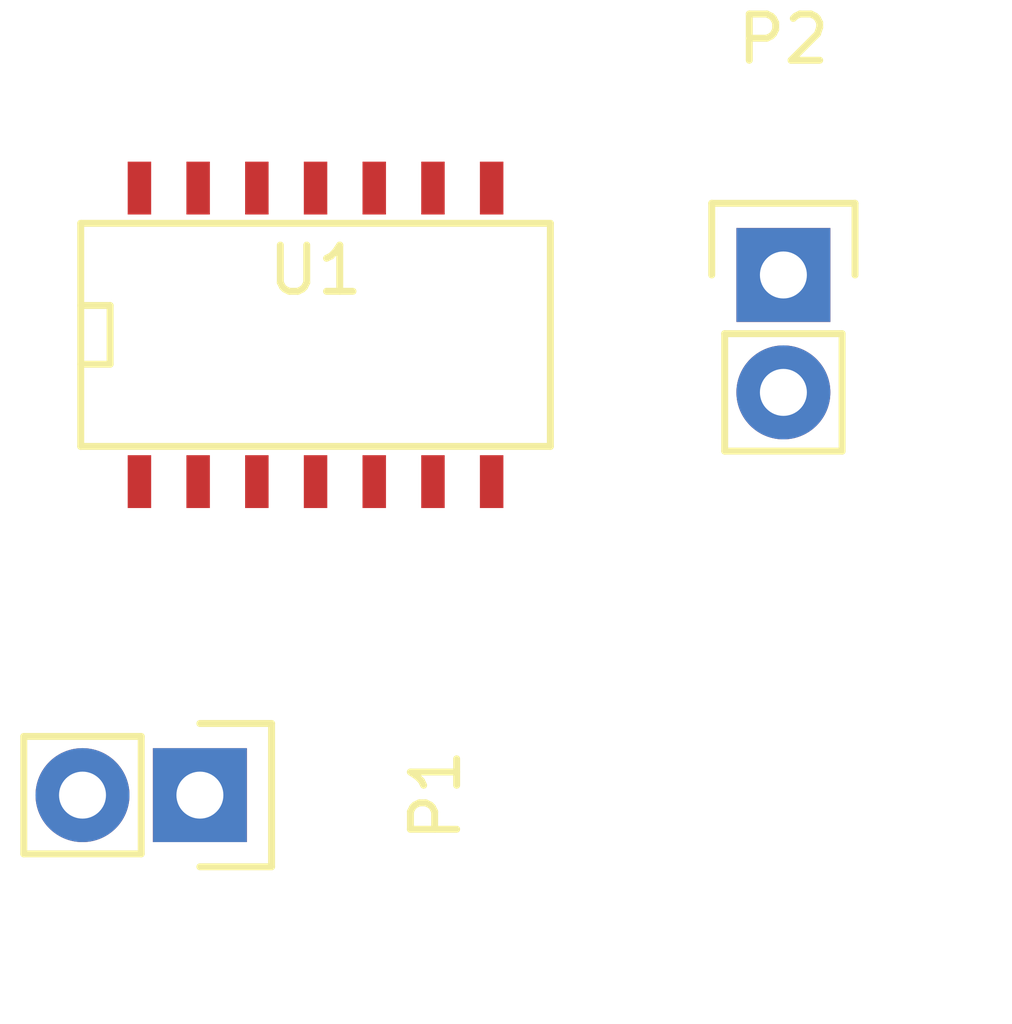
<source format=kicad_pcb>
(kicad_pcb (version 4) (host pcbnew 4.0.5)

  (general
    (links 4)
    (no_connects 4)
    (area 0 0 0 0)
    (thickness 1.6)
    (drawings 0)
    (tracks 0)
    (zones 0)
    (modules 3)
    (nets 5)
  )

  (page A4)
  (layers
    (0 F.Cu signal)
    (31 B.Cu signal)
    (32 B.Adhes user)
    (33 F.Adhes user)
    (34 B.Paste user)
    (35 F.Paste user)
    (36 B.SilkS user)
    (37 F.SilkS user)
    (38 B.Mask user)
    (39 F.Mask user)
    (40 Dwgs.User user)
    (41 Cmts.User user)
    (42 Eco1.User user)
    (43 Eco2.User user)
    (44 Edge.Cuts user)
    (45 Margin user)
    (46 B.CrtYd user)
    (47 F.CrtYd user)
    (48 B.Fab user)
    (49 F.Fab user)
  )

  (setup
    (last_trace_width 0.25)
    (trace_clearance 0.2)
    (zone_clearance 0.508)
    (zone_45_only no)
    (trace_min 0.2)
    (segment_width 0.2)
    (edge_width 0.15)
    (via_size 0.6)
    (via_drill 0.4)
    (via_min_size 0.4)
    (via_min_drill 0.3)
    (uvia_size 0.3)
    (uvia_drill 0.1)
    (uvias_allowed no)
    (uvia_min_size 0.2)
    (uvia_min_drill 0.1)
    (pcb_text_width 0.3)
    (pcb_text_size 1.5 1.5)
    (mod_edge_width 0.15)
    (mod_text_size 1 1)
    (mod_text_width 0.15)
    (pad_size 1.524 1.524)
    (pad_drill 0.762)
    (pad_to_mask_clearance 0.2)
    (aux_axis_origin 0 0)
    (visible_elements FFFFFF7F)
    (pcbplotparams
      (layerselection 0x00030_80000001)
      (usegerberextensions false)
      (excludeedgelayer true)
      (linewidth 0.100000)
      (plotframeref false)
      (viasonmask false)
      (mode 1)
      (useauxorigin false)
      (hpglpennumber 1)
      (hpglpenspeed 20)
      (hpglpendiameter 15)
      (hpglpenoverlay 2)
      (psnegative false)
      (psa4output false)
      (plotreference true)
      (plotvalue true)
      (plotinvisibletext false)
      (padsonsilk false)
      (subtractmaskfromsilk false)
      (outputformat 1)
      (mirror false)
      (drillshape 1)
      (scaleselection 1)
      (outputdirectory ""))
  )

  (net 0 "")
  (net 1 "Net-(P1-Pad1)")
  (net 2 "Net-(P1-Pad2)")
  (net 3 VDD)
  (net 4 VSS)

  (net_class Default "This is the default net class."
    (clearance 0.2)
    (trace_width 0.25)
    (via_dia 0.6)
    (via_drill 0.4)
    (uvia_dia 0.3)
    (uvia_drill 0.1)
    (add_net "Net-(P1-Pad1)")
    (add_net "Net-(P1-Pad2)")
    (add_net VDD)
    (add_net VSS)
  )

  (module Pin_Headers:Pin_Header_Straight_1x02 (layer F.Cu) (tedit 54EA090C) (tstamp 58868B6D)
    (at 145.9992 115.0874 270)
    (descr "Through hole pin header")
    (tags "pin header")
    (path /5886C7CF)
    (fp_text reference P1 (at 0 -5.1 270) (layer F.SilkS)
      (effects (font (size 1 1) (thickness 0.15)))
    )
    (fp_text value CONN_01X02 (at 0 -3.1 270) (layer F.Fab)
      (effects (font (size 1 1) (thickness 0.15)))
    )
    (fp_line (start 1.27 1.27) (end 1.27 3.81) (layer F.SilkS) (width 0.15))
    (fp_line (start 1.55 -1.55) (end 1.55 0) (layer F.SilkS) (width 0.15))
    (fp_line (start -1.75 -1.75) (end -1.75 4.3) (layer F.CrtYd) (width 0.05))
    (fp_line (start 1.75 -1.75) (end 1.75 4.3) (layer F.CrtYd) (width 0.05))
    (fp_line (start -1.75 -1.75) (end 1.75 -1.75) (layer F.CrtYd) (width 0.05))
    (fp_line (start -1.75 4.3) (end 1.75 4.3) (layer F.CrtYd) (width 0.05))
    (fp_line (start 1.27 1.27) (end -1.27 1.27) (layer F.SilkS) (width 0.15))
    (fp_line (start -1.55 0) (end -1.55 -1.55) (layer F.SilkS) (width 0.15))
    (fp_line (start -1.55 -1.55) (end 1.55 -1.55) (layer F.SilkS) (width 0.15))
    (fp_line (start -1.27 1.27) (end -1.27 3.81) (layer F.SilkS) (width 0.15))
    (fp_line (start -1.27 3.81) (end 1.27 3.81) (layer F.SilkS) (width 0.15))
    (pad 1 thru_hole rect (at 0 0 270) (size 2.032 2.032) (drill 1.016) (layers *.Cu *.Mask)
      (net 1 "Net-(P1-Pad1)"))
    (pad 2 thru_hole oval (at 0 2.54 270) (size 2.032 2.032) (drill 1.016) (layers *.Cu *.Mask)
      (net 2 "Net-(P1-Pad2)"))
    (model Pin_Headers.3dshapes/Pin_Header_Straight_1x02.wrl
      (at (xyz 0 -0.05 0))
      (scale (xyz 1 1 1))
      (rotate (xyz 0 0 90))
    )
  )

  (module Pin_Headers:Pin_Header_Straight_1x02 (layer F.Cu) (tedit 54EA090C) (tstamp 58868B73)
    (at 158.623 103.8352)
    (descr "Through hole pin header")
    (tags "pin header")
    (path /5886C74A)
    (fp_text reference P2 (at 0 -5.1) (layer F.SilkS)
      (effects (font (size 1 1) (thickness 0.15)))
    )
    (fp_text value CONN_01X02 (at 0 -3.1) (layer F.Fab)
      (effects (font (size 1 1) (thickness 0.15)))
    )
    (fp_line (start 1.27 1.27) (end 1.27 3.81) (layer F.SilkS) (width 0.15))
    (fp_line (start 1.55 -1.55) (end 1.55 0) (layer F.SilkS) (width 0.15))
    (fp_line (start -1.75 -1.75) (end -1.75 4.3) (layer F.CrtYd) (width 0.05))
    (fp_line (start 1.75 -1.75) (end 1.75 4.3) (layer F.CrtYd) (width 0.05))
    (fp_line (start -1.75 -1.75) (end 1.75 -1.75) (layer F.CrtYd) (width 0.05))
    (fp_line (start -1.75 4.3) (end 1.75 4.3) (layer F.CrtYd) (width 0.05))
    (fp_line (start 1.27 1.27) (end -1.27 1.27) (layer F.SilkS) (width 0.15))
    (fp_line (start -1.55 0) (end -1.55 -1.55) (layer F.SilkS) (width 0.15))
    (fp_line (start -1.55 -1.55) (end 1.55 -1.55) (layer F.SilkS) (width 0.15))
    (fp_line (start -1.27 1.27) (end -1.27 3.81) (layer F.SilkS) (width 0.15))
    (fp_line (start -1.27 3.81) (end 1.27 3.81) (layer F.SilkS) (width 0.15))
    (pad 1 thru_hole rect (at 0 0) (size 2.032 2.032) (drill 1.016) (layers *.Cu *.Mask)
      (net 3 VDD))
    (pad 2 thru_hole oval (at 0 2.54) (size 2.032 2.032) (drill 1.016) (layers *.Cu *.Mask)
      (net 4 VSS))
    (model Pin_Headers.3dshapes/Pin_Header_Straight_1x02.wrl
      (at (xyz 0 -0.05 0))
      (scale (xyz 1 1 1))
      (rotate (xyz 0 0 90))
    )
  )

  (module SMD_Packages:SOIC-14_N (layer F.Cu) (tedit 0) (tstamp 58868B85)
    (at 148.5011 105.0036)
    (descr "Module CMS SOJ 14 pins Large")
    (tags "CMS SOJ")
    (path /5886C840)
    (attr smd)
    (fp_text reference U1 (at 0 -1.27) (layer F.SilkS)
      (effects (font (size 1 1) (thickness 0.15)))
    )
    (fp_text value 4069 (at 0 1.27) (layer F.Fab)
      (effects (font (size 1 1) (thickness 0.15)))
    )
    (fp_line (start 5.08 -2.286) (end 5.08 2.54) (layer F.SilkS) (width 0.15))
    (fp_line (start 5.08 2.54) (end -5.08 2.54) (layer F.SilkS) (width 0.15))
    (fp_line (start -5.08 2.54) (end -5.08 -2.286) (layer F.SilkS) (width 0.15))
    (fp_line (start -5.08 -2.286) (end 5.08 -2.286) (layer F.SilkS) (width 0.15))
    (fp_line (start -5.08 -0.508) (end -4.445 -0.508) (layer F.SilkS) (width 0.15))
    (fp_line (start -4.445 -0.508) (end -4.445 0.762) (layer F.SilkS) (width 0.15))
    (fp_line (start -4.445 0.762) (end -5.08 0.762) (layer F.SilkS) (width 0.15))
    (pad 1 smd rect (at -3.81 3.302) (size 0.508 1.143) (layers F.Cu F.Paste F.Mask)
      (net 2 "Net-(P1-Pad2)"))
    (pad 2 smd rect (at -2.54 3.302) (size 0.508 1.143) (layers F.Cu F.Paste F.Mask)
      (net 1 "Net-(P1-Pad1)"))
    (pad 3 smd rect (at -1.27 3.302) (size 0.508 1.143) (layers F.Cu F.Paste F.Mask))
    (pad 4 smd rect (at 0 3.302) (size 0.508 1.143) (layers F.Cu F.Paste F.Mask))
    (pad 5 smd rect (at 1.27 3.302) (size 0.508 1.143) (layers F.Cu F.Paste F.Mask))
    (pad 6 smd rect (at 2.54 3.302) (size 0.508 1.143) (layers F.Cu F.Paste F.Mask))
    (pad 7 smd rect (at 3.81 3.302) (size 0.508 1.143) (layers F.Cu F.Paste F.Mask)
      (net 4 VSS))
    (pad 8 smd rect (at 3.81 -3.048) (size 0.508 1.143) (layers F.Cu F.Paste F.Mask))
    (pad 9 smd rect (at 2.54 -3.048) (size 0.508 1.143) (layers F.Cu F.Paste F.Mask))
    (pad 11 smd rect (at 0 -3.048) (size 0.508 1.143) (layers F.Cu F.Paste F.Mask))
    (pad 12 smd rect (at -1.27 -3.048) (size 0.508 1.143) (layers F.Cu F.Paste F.Mask))
    (pad 13 smd rect (at -2.54 -3.048) (size 0.508 1.143) (layers F.Cu F.Paste F.Mask))
    (pad 14 smd rect (at -3.81 -3.048) (size 0.508 1.143) (layers F.Cu F.Paste F.Mask)
      (net 3 VDD))
    (pad 10 smd rect (at 1.27 -3.048) (size 0.508 1.143) (layers F.Cu F.Paste F.Mask))
    (model SMD_Packages.3dshapes/SOIC-14_N.wrl
      (at (xyz 0 0 0))
      (scale (xyz 0.5 0.4 0.5))
      (rotate (xyz 0 0 0))
    )
  )

)

</source>
